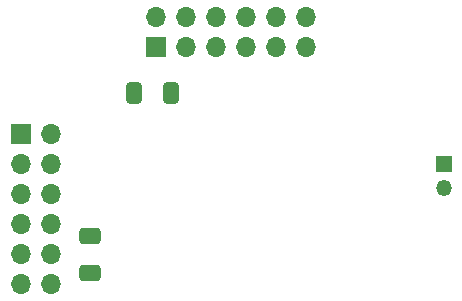
<source format=gbr>
%TF.GenerationSoftware,KiCad,Pcbnew,(6.0.4)*%
%TF.CreationDate,2023-05-25T13:52:57-04:00*%
%TF.ProjectId,CONN,434f4e4e-2e6b-4696-9361-645f70636258,rev?*%
%TF.SameCoordinates,Original*%
%TF.FileFunction,Soldermask,Bot*%
%TF.FilePolarity,Negative*%
%FSLAX46Y46*%
G04 Gerber Fmt 4.6, Leading zero omitted, Abs format (unit mm)*
G04 Created by KiCad (PCBNEW (6.0.4)) date 2023-05-25 13:52:57*
%MOMM*%
%LPD*%
G01*
G04 APERTURE LIST*
G04 Aperture macros list*
%AMRoundRect*
0 Rectangle with rounded corners*
0 $1 Rounding radius*
0 $2 $3 $4 $5 $6 $7 $8 $9 X,Y pos of 4 corners*
0 Add a 4 corners polygon primitive as box body*
4,1,4,$2,$3,$4,$5,$6,$7,$8,$9,$2,$3,0*
0 Add four circle primitives for the rounded corners*
1,1,$1+$1,$2,$3*
1,1,$1+$1,$4,$5*
1,1,$1+$1,$6,$7*
1,1,$1+$1,$8,$9*
0 Add four rect primitives between the rounded corners*
20,1,$1+$1,$2,$3,$4,$5,0*
20,1,$1+$1,$4,$5,$6,$7,0*
20,1,$1+$1,$6,$7,$8,$9,0*
20,1,$1+$1,$8,$9,$2,$3,0*%
G04 Aperture macros list end*
%ADD10RoundRect,0.250000X-0.650000X0.412500X-0.650000X-0.412500X0.650000X-0.412500X0.650000X0.412500X0*%
%ADD11RoundRect,0.250000X-0.412500X-0.650000X0.412500X-0.650000X0.412500X0.650000X-0.412500X0.650000X0*%
%ADD12R,1.700000X1.700000*%
%ADD13O,1.700000X1.700000*%
%ADD14R,1.350000X1.350000*%
%ADD15O,1.350000X1.350000*%
G04 APERTURE END LIST*
D10*
%TO.C,C3*%
X141520000Y-55915522D03*
X141520000Y-59040522D03*
%TD*%
D11*
%TO.C,C2*%
X145267500Y-43868022D03*
X148392500Y-43868022D03*
%TD*%
D12*
%TO.C,J3*%
X147150000Y-39963022D03*
D13*
X147150000Y-37423022D03*
X149690000Y-39963022D03*
X149690000Y-37423022D03*
X152230000Y-39963022D03*
X152230000Y-37423022D03*
X154770000Y-39963022D03*
X154770000Y-37423022D03*
X157310000Y-39963022D03*
X157310000Y-37423022D03*
X159850000Y-39963022D03*
X159850000Y-37423022D03*
%TD*%
D14*
%TO.C,J2*%
X171500000Y-49888022D03*
D15*
X171500000Y-51888022D03*
%TD*%
D12*
%TO.C,J1*%
X135725000Y-47288022D03*
D13*
X138265000Y-47288022D03*
X135725000Y-49828022D03*
X138265000Y-49828022D03*
X135725000Y-52368022D03*
X138265000Y-52368022D03*
X135725000Y-54908022D03*
X138265000Y-54908022D03*
X135725000Y-57448022D03*
X138265000Y-57448022D03*
X135725000Y-59988022D03*
X138265000Y-59988022D03*
%TD*%
M02*

</source>
